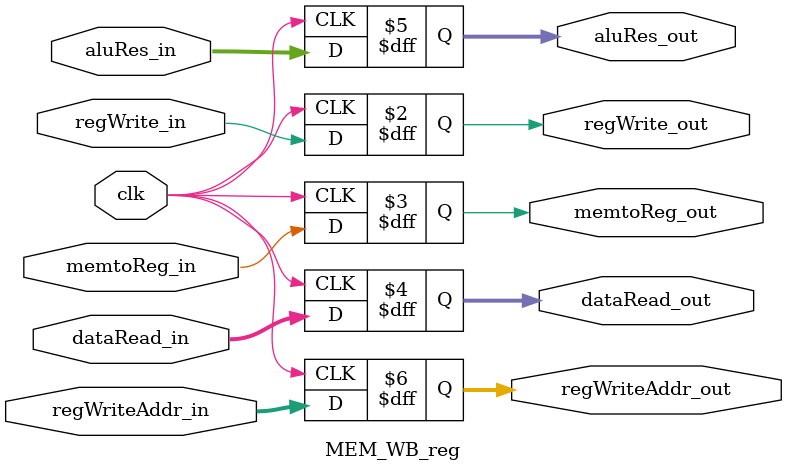
<source format=v>
module MEM_WB_reg(
  input clk,
  input regWrite_in, memtoReg_in,
  input [31:0] dataRead_in, aluRes_in,
  input [4:0] regWriteAddr_in,
  output reg regWrite_out, memtoReg_out,
  output reg [31:0] dataRead_out, aluRes_out,
  output reg [4:0] regWriteAddr_out
  );
  
  always @(posedge clk)
  begin
    regWrite_out = regWrite_in;
    memtoReg_out = memtoReg_in;
    aluRes_out = aluRes_in;
    dataRead_out = dataRead_in;
    regWriteAddr_out = regWriteAddr_in;
  end
  
endmodule
</source>
